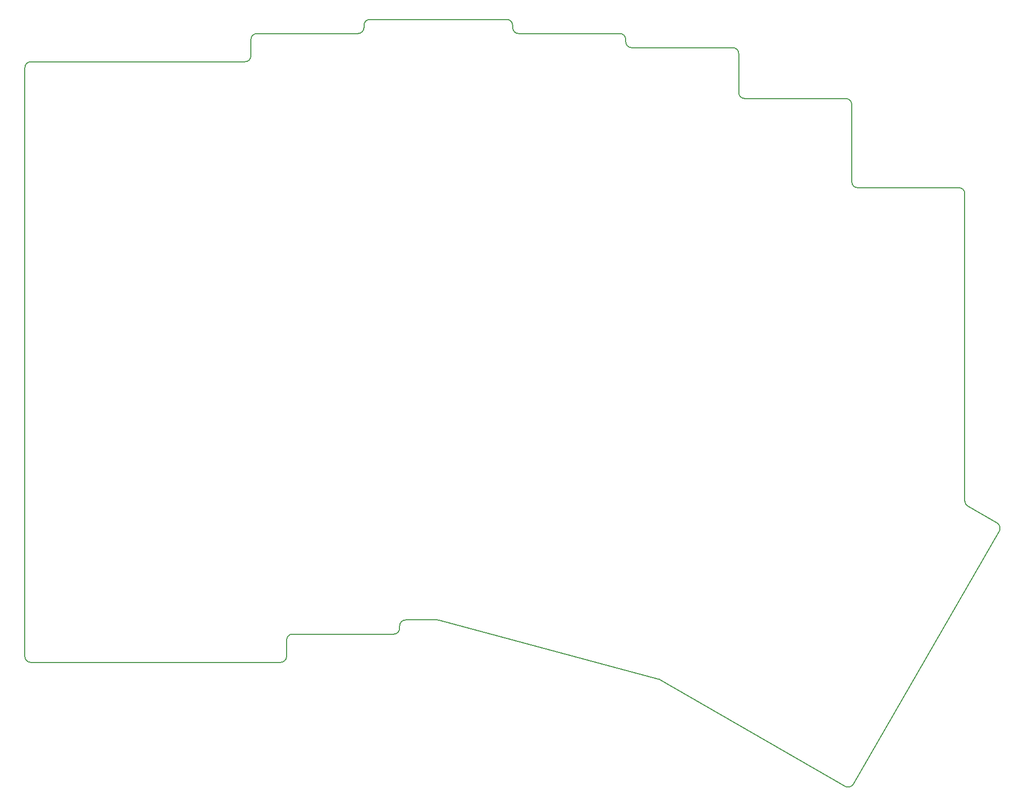
<source format=gm1>
G04 #@! TF.GenerationSoftware,KiCad,Pcbnew,(6.0.11)*
G04 #@! TF.CreationDate,2023-02-13T19:32:05+01:00*
G04 #@! TF.ProjectId,retrex,6e656f64-6f78-42e6-9b69-6361645f7063,1.0*
G04 #@! TF.SameCoordinates,Original*
G04 #@! TF.FileFunction,Profile,NP*
%FSLAX46Y46*%
G04 Gerber Fmt 4.6, Leading zero omitted, Abs format (unit mm)*
G04 Created by KiCad (PCBNEW (6.0.11)) date 2023-02-13 19:32:05*
%MOMM*%
%LPD*%
G01*
G04 APERTURE LIST*
G04 #@! TA.AperFunction,Profile*
%ADD10C,0.150000*%
G04 #@! TD*
G04 APERTURE END LIST*
D10*
X163692895Y-28207105D02*
X163692895Y-34757105D01*
X201692895Y-51757105D02*
G75*
G03*
X200692895Y-50757105I-999995J5D01*
G01*
X100692895Y-23832105D02*
X100692895Y-23457105D01*
X81692895Y-28582105D02*
X81692895Y-25832105D01*
X125692895Y-23457105D02*
X125692895Y-23832105D01*
X88692895Y-125832105D02*
X105692895Y-125832105D01*
X182692895Y-49757105D02*
X182692895Y-36757105D01*
X82692895Y-24832105D02*
X99692895Y-24832105D01*
X80692895Y-29582095D02*
G75*
G03*
X81692895Y-28582105I5J999995D01*
G01*
X126692895Y-24832105D02*
X143692895Y-24832105D01*
X87692895Y-126832105D02*
X87692895Y-129582105D01*
X182935195Y-151073208D02*
X207497695Y-108529710D01*
X182692895Y-36757105D02*
G75*
G03*
X181692895Y-35757105I-999995J5D01*
G01*
X163692895Y-28207105D02*
G75*
G03*
X162692895Y-27207105I-999995J5D01*
G01*
X43692895Y-129582105D02*
X43692895Y-30582105D01*
X107692895Y-123457105D02*
X113070173Y-123457105D01*
X163692895Y-34757105D02*
G75*
G03*
X164692895Y-35757105I1000005J5D01*
G01*
X144692895Y-25832105D02*
X144692895Y-26207105D01*
X182692895Y-49757105D02*
G75*
G03*
X183692895Y-50757105I1000005J5D01*
G01*
X107692895Y-123457095D02*
G75*
G03*
X106692895Y-124457105I5J-1000005D01*
G01*
X200692895Y-50757105D02*
X183692895Y-50757105D01*
X150451379Y-133473375D02*
G75*
G03*
X150210201Y-133373470I-499979J-865925D01*
G01*
X125692895Y-23457105D02*
G75*
G03*
X124692895Y-22457105I-999995J5D01*
G01*
X144692895Y-26207105D02*
G75*
G03*
X145692895Y-27207105I1000005J5D01*
G01*
X144692895Y-25832105D02*
G75*
G03*
X143692895Y-24832105I-999995J5D01*
G01*
X105692895Y-125832095D02*
G75*
G03*
X106692895Y-124832105I5J999995D01*
G01*
X44692895Y-29582095D02*
G75*
G03*
X43692895Y-30582105I5J-1000005D01*
G01*
X101692895Y-22457105D02*
X124692895Y-22457105D01*
X82692895Y-24832095D02*
G75*
G03*
X81692895Y-25832105I5J-1000005D01*
G01*
X181569192Y-151439195D02*
G75*
G03*
X182935195Y-151073208I500008J865995D01*
G01*
X201692886Y-103446256D02*
G75*
G03*
X202192895Y-104312281I999914J-44D01*
G01*
X106692895Y-124457105D02*
X106692895Y-124832105D01*
X43692895Y-129582105D02*
G75*
G03*
X44692895Y-130582105I1000005J5D01*
G01*
X99692895Y-24832095D02*
G75*
G03*
X100692895Y-23832105I5J999995D01*
G01*
X44692895Y-130582105D02*
X86692895Y-130582105D01*
X201692895Y-103446256D02*
X201692895Y-51757105D01*
X88692895Y-125832095D02*
G75*
G03*
X87692895Y-126832105I5J-1000005D01*
G01*
X125692895Y-23832105D02*
G75*
G03*
X126692895Y-24832105I1000005J5D01*
G01*
X164692895Y-35757105D02*
X181692895Y-35757105D01*
X207497693Y-108529709D02*
G75*
G03*
X207131670Y-107163685I-865993J500009D01*
G01*
X86692895Y-130582095D02*
G75*
G03*
X87692895Y-129582105I5J999995D01*
G01*
X113328992Y-123491179D02*
X150210201Y-133373470D01*
X202192895Y-104312281D02*
X207131670Y-107163684D01*
X150451382Y-133473370D02*
X181569170Y-151439233D01*
X113328992Y-123491179D02*
G75*
G03*
X113070173Y-123457105I-258792J-965721D01*
G01*
X44692895Y-29582105D02*
X80692895Y-29582105D01*
X101692895Y-22457095D02*
G75*
G03*
X100692895Y-23457105I5J-1000005D01*
G01*
X145692895Y-27207105D02*
X162692895Y-27207105D01*
M02*

</source>
